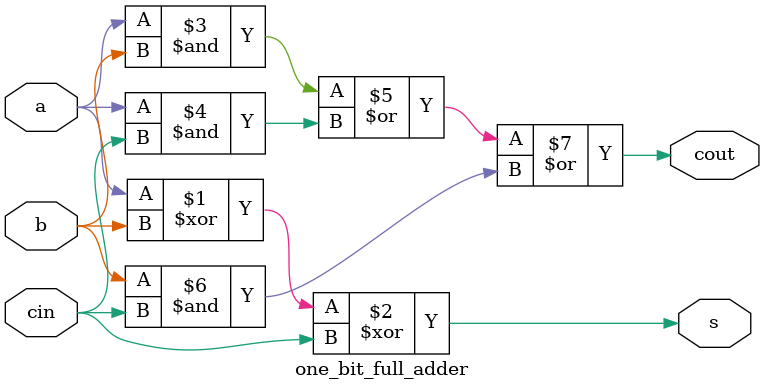
<source format=v>

module one_bit_full_adder(
    input a, b, cin,
    output wire cout, s // carry and sum
    );
    
    assign s = a ^ b ^ cin ;
    assign cout = (a & b)|(a & cin)|(b & cin) ; // majority

endmodule
</source>
